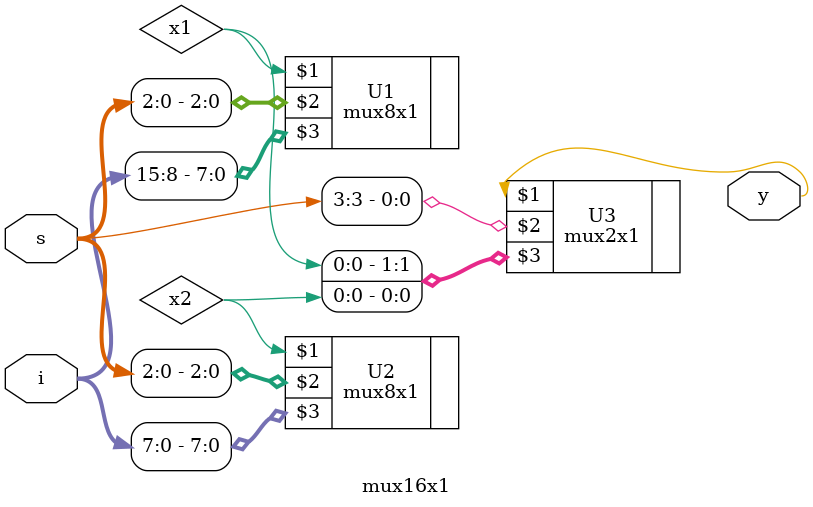
<source format=sv>
module mux16x1(y, s, i);
input [15:0] i;
input [3:0] s;
output y;

// Built using 8x1 and 2x1 muxes
mux8x1 U1 (x1, s[2:0], i[15:8]);
mux8x1 U2 (x2, s[2:0], i[7:0]);
mux2x1 U3 (y,  s[3], {x1, x2});

endmodule
</source>
